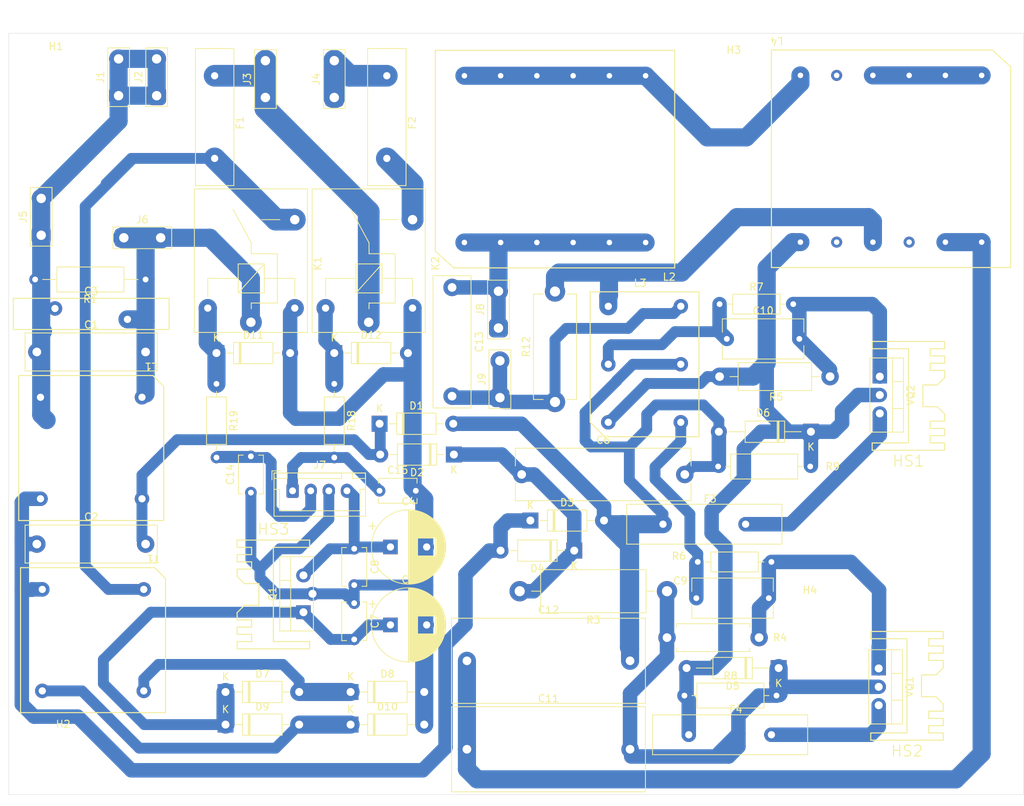
<source format=kicad_pcb>
(kicad_pcb (version 20210424) (generator pcbnew)
  (layers (0 "F.Cu" signal) (31 "B.Cu" signal) (34 "B.Paste" user) (35 "F.Paste" user) (36 "B.SilkS" user "B.Silkscreen") (37 "F.SilkS" user "F.Silkscreen") (38 "B.Mask" user) (39 "F.Mask" user) (44 "Edge.Cuts" user))
  (net 0 "")
  (net 1 "Net-(C1-Pad2)")
  (net 2 "Net-(C1-Pad1)")
  (net 3 "Net-(C2-Pad2)")
  (net 4 "Net-(C2-Pad1)")
  (net 5 "+5V")
  (net 6 "Net-(C5-Pad1)")
  (net 7 "Net-(C14-Pad1)")
  (net 8 "/T")
  (net 9 "/H")
  (net 10 "Net-(D7-Pad2)")
  (net 11 "Net-(D10-Pad1)")
  (net 12 "Net-(D11-Pad1)")
  (net 13 "Net-(D12-Pad1)")
  (net 14 "Net-(F1-Pad1)")
  (net 15 "Net-(F2-Pad1)")
  (net 16 "Net-(F1-Pad2)")
  (net 17 "Net-(F2-Pad2)")
  (net 18 "Net-(C12-Pad2)")
  (net 19 "Net-(C6-Pad1)")
  (net 20 "Net-(C9-Pad2)")
  (net 21 "Net-(C9-Pad1)")
  (net 22 "Net-(C10-Pad2)")
  (net 23 "Net-(C10-Pad1)")
  (net 24 "Net-(C11-Pad2)")
  (net 25 "Net-(C11-Pad1)")
  (net 26 "Net-(C13-Pad2)")
  (net 27 "Net-(C13-Pad1)")
  (net 28 "Net-(F3-Pad2)")
  (net 29 "Net-(F4-Pad2)")
  (net 30 "Net-(L2-Pad10)")
  (net 31 "Net-(L3-Pad5)")
  (net 32 "Net-(L4-Pad1)")
  (net 33 "Net-(D5-Pad2)")
  (footprint "Capacitor_THT:C_Rect_L18.0mm_W5.0mm_P15.00mm_FKS3_FKP3" (layer "F.Cu") (at 21.875 64.95)
    (fp_text reference "C1")
    (fp_text value "C")
  )
  (footprint "Capacitor_THT:C_Rect_L18.0mm_W5.0mm_P15.00mm_FKS3_FKP3" (layer "F.Cu") (at 21.875 91.45)
    (fp_text reference "C2")
    (fp_text value "C")
  )
  (footprint "Capacitor_THT:CP_Radial_D10.0mm_P5.00mm" (layer "F.Cu") (at 70.65 91.85)
    (fp_text reference "C4")
    (fp_text value "1000uF @ 25V")
  )
  (footprint "Capacitor_THT:CP_Radial_D10.0mm_P5.00mm" (layer "F.Cu") (at 70.65 102.6)
    (fp_text reference "C5")
    (fp_text value "1000uF @ 25V")
  )
  (footprint "Capacitor_THT:C_Disc_D5.1mm_W3.2mm_P5.00mm" (layer "F.Cu") (at 65.65 99.6 -90)
    (fp_text reference "C7")
    (fp_text value "100nF")
  )
  (footprint "Capacitor_THT:C_Disc_D5.1mm_W3.2mm_P5.00mm" (layer "F.Cu") (at 65.65 92.1 -90)
    (fp_text reference "C8")
    (fp_text value "100nF")
  )
  (footprint "Capacitor_THT:C_Disc_D5.1mm_W3.2mm_P5.00mm" (layer "F.Cu") (at 51.4 84.35 90)
    (fp_text reference "C14")
    (fp_text value "100nF")
  )
  (footprint "Capacitor_THT:C_Disc_D5.1mm_W3.2mm_P5.00mm" (layer "F.Cu") (at 69.15 84.1)
    (fp_text reference "C15")
    (fp_text value "100nF")
  )
  (footprint "Diode_THT:D_DO-41_SOD81_P10.16mm_Horizontal" (layer "F.Cu") (at 69.15 74.85)
    (fp_text reference "D1")
    (fp_text value "1N4007")
  )
  (footprint "Diode_THT:D_DO-41_SOD81_P10.16mm_Horizontal" (layer "F.Cu") (at 79.4 79.1 180)
    (fp_text reference "D2")
    (fp_text value "1N4007")
  )
  (footprint "Diode_THT:D_DO-41_SOD81_P10.16mm_Horizontal" (layer "F.Cu") (at 89.95 88.2)
    (fp_text reference "D3")
    (fp_text value "1N4007")
  )
  (footprint "Diode_THT:D_DO-41_SOD81_P10.16mm_Horizontal" (layer "F.Cu") (at 96 92.35 180)
    (fp_text reference "D4")
    (fp_text value "1N4007")
  )
  (footprint "Diode_THT:D_DO-41_SOD81_P10.16mm_Horizontal" (layer "F.Cu") (at 47.9 111.85)
    (fp_text reference "D7")
    (fp_text value "1N4007")
  )
  (footprint "Diode_THT:D_DO-41_SOD81_P10.16mm_Horizontal" (layer "F.Cu") (at 65.15 111.85)
    (fp_text reference "D8")
    (fp_text value "1N4007")
  )
  (footprint "Diode_THT:D_DO-41_SOD81_P10.16mm_Horizontal" (layer "F.Cu") (at 47.9 116.35)
    (fp_text reference "D9")
    (fp_text value "1N4007")
  )
  (footprint "Diode_THT:D_DO-41_SOD81_P10.16mm_Horizontal" (layer "F.Cu") (at 65.15 116.35)
    (fp_text reference "D10")
    (fp_text value "1N4007")
  )
  (footprint "Diode_THT:D_DO-41_SOD81_P10.16mm_Horizontal" (layer "F.Cu") (at 46.65 65.1)
    (fp_text reference "D11")
    (fp_text value "1N4007")
  )
  (footprint "Diode_THT:D_DO-41_SOD81_P10.16mm_Horizontal" (layer "F.Cu") (at 62.9 65.1)
    (fp_text reference "D12")
    (fp_text value "1N4007")
  )
  (footprint "MyCustomParts:Connector_Tab_Pitch5.08mm_Drill1.3mm" (layer "F.Cu") (at 33.15 29.6 90)
    (fp_text reference "J1")
    (fp_text value "N")
  )
  (footprint "MyCustomParts:Connector_Tab_Pitch5.08mm_Drill1.3mm" (layer "F.Cu") (at 38.4 29.6 90)
    (fp_text reference "J2")
    (fp_text value "N")
  )
  (footprint "MyCustomParts:Connector_Tab_Pitch5.08mm_Drill1.3mm" (layer "F.Cu") (at 53.4 29.85 90)
    (fp_text reference "J3")
    (fp_text value "L")
  )
  (footprint "MyCustomParts:Connector_Tab_Pitch5.08mm_Drill1.3mm" (layer "F.Cu") (at 62.9 29.85 90)
    (fp_text reference "J4")
    (fp_text value "PTC")
  )
  (footprint "MyCustomParts:Connector_Tab_Pitch5.08mm_Drill1.3mm" (layer "F.Cu") (at 22.475 48.85 90)
    (fp_text reference "J5")
    (fp_text value "NB")
  )
  (footprint "MyCustomParts:Connector_Tab_Pitch5.08mm_Drill1.3mm" (layer "F.Cu") (at 33.875 49.2)
    (fp_text reference "J6")
    (fp_text value "LB")
  )
  (footprint "Connector_JST:JST_XH_B4B-XH-A_1x04_P2.50mm_Vertical" (layer "F.Cu") (at 57.15 84.1)
    (fp_text reference "J7")
    (fp_text value "CPU_Control")
  )
  (footprint "Relay_THT:Relay_SPST_SANYOU_SRD_Series_Form_A" (layer "F.Cu") (at 51.4 60.85 90)
    (fp_text reference "K1")
    (fp_text value "LF3F-1A-DC6V")
  )
  (footprint "Relay_THT:Relay_SPST_SANYOU_SRD_Series_Form_A" (layer "F.Cu") (at 67.65 60.85 90)
    (fp_text reference "K2")
    (fp_text value "LF3F-1A-DC6V")
  )
  (footprint "Package_TO_SOT_THT:TO-220-3_Vertical" (layer "F.Cu") (at 58.65 100.85 90)
    (fp_text reference "Q1")
    (fp_text value "L7805CV")
  )
  (footprint "Resistor_THT:R_Axial_DIN0309_L9.0mm_D3.2mm_P15.24mm_Horizontal" (layer "F.Cu") (at 36.875 54.95 180)
    (fp_text reference "R1")
    (fp_text value "330k @ 0.5W")
  )
  (footprint "Resistor_THT:R_Axial_DIN0207_L6.3mm_D2.5mm_P10.16mm_Horizontal" (layer "F.Cu") (at 62.9 69.35 -90)
    (fp_text reference "R18")
    (fp_text value "4.7R @ 0.25W")
  )
  (footprint "Resistor_THT:R_Axial_DIN0207_L6.3mm_D2.5mm_P10.16mm_Horizontal" (layer "F.Cu") (at 46.65 69.35 -90)
    (fp_text reference "R19")
    (fp_text value "4.7R @ 0.25W")
  )
  (footprint "Fuse:Fuse_Littelfuse-LVR100" (layer "F.Cu") (at 46.4 26.85 -90)
    (fp_text reference "F1")
    (fp_text value "Fuse")
  )
  (footprint "Fuse:Fuse_Littelfuse-LVR100" (layer "F.Cu") (at 70.15 26.85 -90)
    (fp_text reference "F2")
    (fp_text value "Fuse")
  )
  (footprint "MyCustomParts:Inductor_Custom_1to1" (layer "F.Cu") (at 29.375 78.2 180)
    (fp_text reference "L1")
    (fp_text value "L_Coupled")
  )
  (footprint "Varistor:RV_Disc_D21.5mm_W4.3mm_P10mm" (layer "F.Cu") (at 34.375 60.45 180)
    (fp_text reference "C3")
    (fp_text value "Varistor")
  )
  (footprint "MyCustomParts:Inductor_Custom_1to1" (layer "F.Cu") (at 29.625 104.7 180)
    (fp_text reference "T1")
    (fp_text value "Transformer_1P_1S")
  )
  (footprint "Capacitor_THT:C_Rect_L24.0mm_W7.0mm_P22.50mm_MKT" (layer "F.Cu") (at 88.75 81.85)
    (fp_text reference "C6")
    (fp_text value "DNP")
  )
  (footprint "Capacitor_THT:C_Rect_L11.0mm_W5.3mm_P10.00mm_MKT" (layer "F.Cu") (at 112.84 98.91)
    (fp_text reference "C9")
    (fp_text value "330nF @ 400V")
  )
  (footprint "Capacitor_THT:C_Rect_L11.0mm_W5.3mm_P10.00mm_MKT" (layer "F.Cu") (at 117.05 63.15)
    (fp_text reference "C10")
    (fp_text value "330nF @ 400V")
  )
  (footprint "Capacitor_THT:C_Rect_L26.5mm_W11.5mm_P22.50mm_MKS4" (layer "F.Cu") (at 81.2 119.75)
    (fp_text reference "C11")
    (fp_text value "105j630v")
  )
  (footprint "Capacitor_THT:C_Rect_L26.5mm_W11.5mm_P22.50mm_MKS4" (layer "F.Cu") (at 81.2 107.55)
    (fp_text reference "C12")
    (fp_text value "105j630v")
  )
  (footprint "Capacitor_THT:C_Rect_L18.0mm_W5.0mm_P15.00mm_FKS3_FKP3" (layer "F.Cu") (at 79.15 56.05 -90)
    (fp_text reference "C13")
    (fp_text value "2nF @ 2000v")
  )
  (footprint "Diode_THT:D_DO-41_SOD81_P12.70mm_Horizontal" (layer "F.Cu") (at 124.2 108.55 180)
    (fp_text reference "D5")
    (fp_text value "FR157")
  )
  (footprint "Diode_THT:D_DO-41_SOD81_P12.70mm_Horizontal" (layer "F.Cu") (at 128.65 75.95 180)
    (fp_text reference "D6")
    (fp_text value "FR157")
  )
  (footprint "Fuse:Fuse_Littelfuse-LVR125" (layer "F.Cu") (at 108.24 88.71)
    (fp_text reference "F3")
    (fp_text value "Jumper")
  )
  (footprint "Fuse:Fuse_Littelfuse-LVR125" (layer "F.Cu") (at 111.8 117.75)
    (fp_text reference "F4")
    (fp_text value "Jumper")
  )
  (footprint "MyCustomParts:Connector_Tab_Pitch5.08mm_Drill1.3mm" (layer "F.Cu") (at 85.55 61.65 90)
    (fp_text reference "J8")
    (fp_text value "OUTPUT+")
  )
  (footprint "MyCustomParts:Connector_Tab_Pitch5.08mm_Drill1.3mm" (layer "F.Cu") (at 85.75 71.25 90)
    (fp_text reference "J9")
    (fp_text value "OUTPUT-")
  )
  (footprint "MyCustomParts:Transformer_12pin_23mm_5pp" (layer "F.Cu") (at 93.35 38.35)
    (fp_text reference "L2")
    (fp_text value "Transformer_110_220-DG1")
  )
  (footprint "MyCustomParts:Inductor_Custom_3x" (layer "F.Cu") (at 105.7 66.65)
    (fp_text reference "L3")
    (fp_text value "Transformer_3in1")
  )
  (footprint "MyCustomParts:Transformer_12pin_23mm_5pp" (layer "F.Cu") (at 139.7 38.3 180)
    (fp_text reference "L4")
    (fp_text value "Transformer_110-SY")
  )
  (footprint "Resistor_THT:R_Axial_DIN0614_L14.3mm_D5.7mm_P20.32mm_Horizontal" (layer "F.Cu") (at 108.8 97.95 180)
    (fp_text reference "R3")
    (fp_text value "?R @ 3W")
  )
  (footprint "Resistor_THT:R_Axial_DIN0411_L9.9mm_D3.6mm_P12.70mm_Horizontal" (layer "F.Cu") (at 108.8 104.35)
    (fp_text reference "R4")
    (fp_text value "24K @ 1W")
  )
  (footprint "Resistor_THT:R_Axial_DIN0411_L9.9mm_D3.6mm_P15.24mm_Horizontal" (layer "F.Cu") (at 116.05 68.35)
    (fp_text reference "R5")
    (fp_text value "24K @ 1W")
  )
  (footprint "Resistor_THT:R_Axial_DIN0207_L6.3mm_D2.5mm_P10.16mm_Horizontal" (layer "F.Cu") (at 113.04 93.91)
    (fp_text reference "R6")
    (fp_text value "510R @ 0.25W")
  )
  (footprint "Resistor_THT:R_Axial_DIN0207_L6.3mm_D2.5mm_P10.16mm_Horizontal" (layer "F.Cu") (at 116.05 58.35)
    (fp_text reference "R7")
    (fp_text value "510R @ 0.25W")
  )
  (footprint "Resistor_THT:R_Axial_DIN0309_L9.0mm_D3.2mm_P12.70mm_Horizontal" (layer "F.Cu") (at 111.2 112.35)
    (fp_text reference "R8")
    (fp_text value "DNP")
  )
  (footprint "Resistor_THT:R_Axial_DIN0309_L9.0mm_D3.2mm_P12.70mm_Horizontal" (layer "F.Cu") (at 115.85 80.75)
    (fp_text reference "R9")
    (fp_text value "DNP")
  )
  (footprint "Resistor_THT:R_Axial_DIN0614_L14.3mm_D5.7mm_P15.24mm_Horizontal" (layer "F.Cu") (at 93.35 71.85 90)
    (fp_text reference "R12")
    (fp_text value "5.1R @ 3W")
  )
  (footprint "Package_TO_SOT_THT:TO-220-3_Vertical" (layer "F.Cu") (at 138 108.6 -90)
    (fp_text reference "VQ1")
    (fp_text value "FJP13009H2TU")
  )
  (footprint "Package_TO_SOT_THT:TO-220-3_Vertical" (layer "F.Cu") (at 138.15 68.35 -90)
    (fp_text reference "VQ2")
    (fp_text value "FJP13009H2TU")
  )
  (footprint "MountingHole:MountingHole_3.2mm_M3" (layer "F.Cu") (at 24.5 27)
    (fp_text reference "H1")
    (fp_text value "MountingHole")
  )
  (footprint "MountingHole:MountingHole_3.2mm_M3" (layer "F.Cu") (at 25.5 120.5)
    (fp_text reference "H2")
    (fp_text value "MountingHole")
  )
  (footprint "MountingHole:MountingHole_3.2mm_M3" (layer "F.Cu") (at 118 27.5)
    (fp_text reference "H3")
    (fp_text value "MountingHole")
  )
  (footprint "MountingHole:MountingHole_3.2mm_M3" (layer "F.Cu") (at 128.5 102)
    (fp_text reference "H4")
    (fp_text value "MountingHole")
  )
  (footprint "MyCustomParts:HEATSINK_15x10x25mm" (layer "F.Cu") (at 142.1 71 -90)
    (fp_text reference "HS1")
    (fp_text value "Heatsink" hide)
  )
  (footprint "MyCustomParts:HEATSINK_15x10x25mm" (layer "F.Cu") (at 141.9 111 -90)
    (fp_text reference "HS2")
    (fp_text value "Heatsink" hide)
  )
  (footprint "MyCustomParts:HEATSINK_15x10x25mm" (layer "F.Cu") (at 54.5 98.4 90)
    (fp_text reference "HS3")
    (fp_text value "Heatsink" hide)
  )
  (gr_line (start 18 126) (end 158 126) (layer "Edge.Cuts") (width 0.05))
  (gr_line (start 158 126) (end 158 21) (layer "Edge.Cuts") (width 0.05))
  (gr_line (start 18 21) (end 18 126) (layer "Edge.Cuts") (width 0.05))
  (gr_line (start 18 21) (end 158 21) (layer "Edge.Cuts") (width 0.05))
  (segment (start 51.4 60.85) (end 51.4 54.85) (width 2.5) (layer "B.Cu") (net 1))
  (segment (start 36.875 49.325) (end 36.75 49.2) (width 2.5) (layer "B.Cu") (net 1))
  (segment (start 34.375 60.45) (end 36.7 60.45) (width 2.5) (layer "B.Cu") (net 1))
  (segment (start 36.875 60.625) (end 36.875 70.7) (width 2.5) (layer "B.Cu") (net 1))
  (segment (start 51.4 54.85) (end 45.75 49.2) (width 2.5) (layer "B.Cu") (net 1))
  (segment (start 45.75 49.2) (end 38.955 49.2) (width 2.5) (layer "B.Cu") (net 1))
  (segment (start 36.875 54.95) (end 36.875 60.625) (width 2.5) (layer "B.Cu") (net 1))
  (segment (start 36.875 54.95) (end 36.875 49.325) (width 2.5) (layer "B.Cu") (net 1))
  (segment (start 36.7 60.45) (end 36.875 60.625) (width 2.5) (layer "B.Cu") (net 1))
  (segment (start 38.955 49.2) (end 36.75 49.2) (width 3) (layer "B.Cu") (net 1))
  (segment (start 36.75 49.2) (end 33.875 49.2) (width 3) (layer "B.Cu") (net 1))
  (segment (start 33.15 29.6) (end 33.15 33.095) (width 2.5) (layer "B.Cu") (net 2))
  (segment (start 33.15 33.095) (end 22.475 43.77) (width 2.5) (layer "B.Cu") (net 2))
  (segment (start 22.475 48.85) (end 22.475 62.35) (width 2.5) (layer "B.Cu") (net 2))
  (segment (start 22.475 62.35) (end 22.475 73.6) (width 2.5) (layer "B.Cu") (net 2))
  (segment (start 33.15 29.6) (end 38.4 29.6) (width 2.5) (layer "B.Cu") (net 2))
  (segment (start 22.475 43.77) (end 22.475 48.85) (width 2.5) (layer "B.Cu") (net 2))
  (segment (start 22.475 73.6) (end 23.225 74.35) (width 2.5) (layer "B.Cu") (net 2))
  (segment (start 33.15 29.6) (end 33.15 24.52) (width 2.5) (layer "B.Cu") (net 2))
  (segment (start 38.4 24.52) (end 33.15 24.52) (width 2.5) (layer "B.Cu") (net 2))
  (segment (start 38.4 24.52) (end 38.4 29.6) (width 2.5) (layer "B.Cu") (net 2))
  (segment (start 22.725 62.1) (end 22.475 62.35) (width 2.5) (layer "B.Cu") (net 2))
  (segment (start 69.24 79.1) (end 67.684366 79.1) (width 1.5) (layer "B.Cu") (net 3))
  (segment (start 41.25 77.05) (end 36.375 81.925) (width 1.5) (layer "B.Cu") (net 3))
  (segment (start 36.375 85.2) (end 36.375 90.95) (width 1.5) (layer "B.Cu") (net 3))
  (segment (start 36.375 81.925) (end 36.375 85.2) (width 1.5) (layer "B.Cu") (net 3))
  (segment (start 65.634366 77.05) (end 41.25 77.05) (width 1.5) (layer "B.Cu") (net 3))
  (segment (start 69.24 79.1) (end 69.24 74.94) (width 1.5) (layer "B.Cu") (net 3))
  (segment (start 67.684366 79.1) (end 65.634366 77.05) (width 1.5) (layer "B.Cu") (net 3))
  (segment (start 19.8 113.55) (end 19.8 85.7) (width 2) (layer "B.Cu") (net 4))
  (segment (start 89.95 88.2) (end 86.85 88.2) (width 2) (layer "B.Cu") (net 4))
  (segment (start 78.25 105.3) (end 78.25 119.5) (width 2) (layer "B.Cu") (net 4))
  (segment (start 22.625 97.7) (end 21.210787 97.7) (width 2) (layer "B.Cu") (net 4))
  (segment (start 85.84 89.21) (end 85.84 92.35) (width 2) (layer "B.Cu") (net 4))
  (segment (start 86.85 88.2) (end 85.84 89.21) (width 2) (layer "B.Cu") (net 4))
  (segment (start 21.210787 97.7) (end 21.160787 97.75) (width 2) (layer "B.Cu") (net 4))
  (segment (start 21.160787 97.75) (end 19.8 97.75) (width 2) (layer "B.Cu") (net 4))
  (segment (start 34.9 122.65) (end 27.5 115.25) (width 2) (layer "B.Cu") (net 4))
  (segment (start 81 102.55) (end 78.25 105.3) (width 2) (layer "B.Cu") (net 4))
  (segment (start 84.284366 92.35) (end 81 95.634366) (width 2) (layer "B.Cu") (net 4))
  (segment (start 85.84 92.35) (end 84.284366 92.35) (width 2) (layer "B.Cu") (net 4))
  (segment (start 78.25 119.5) (end 75.1 122.65) (width 2) (layer "B.Cu") (net 4))
  (segment (start 21.875 91.45) (end 20.177944 91.45) (width 2) (layer "B.Cu") (net 4))
  (segment (start 27.5 115.25) (end 21.5 115.25) (width 2) (layer "B.Cu") (net 4))
  (segment (start 20.177944 91.45) (end 19.8 91.072056) (width 2) (layer "B.Cu") (net 4))
  (segment (start 75.1 122.65) (end 34.9 122.65) (width 2) (layer "B.Cu") (net 4))
  (segment (start 20.3 85.2) (end 22.375 85.2) (width 2) (layer "B.Cu") (net 4))
  (segment (start 19.8 85.7) (end 20.3 85.2) (width 2) (layer "B.Cu") (net 4))
  (segment (start 21.5 115.25) (end 19.8 113.55) (width 2) (layer "B.Cu") (net 4))
  (segment (start 81 95.634366) (end 81 102.55) (width 2) (layer "B.Cu") (net 4))
  (segment (start 70.65 91.85) (end 65.9 91.85) (width 1.5) (layer "B.Cu") (net 5))
  (segment (start 62.32 92.1) (end 58.65 95.77) (width 1.5) (layer "B.Cu") (net 5))
  (segment (start 65.65 92.1) (end 62.32 92.1) (width 1.5) (layer "B.Cu") (net 5))
  (segment (start 65.65 84.85) (end 65.65 92.1) (width 1.5) (layer "B.Cu") (net 5))
  (segment (start 64.9 84.1) (end 65.65 84.85) (width 1.5) (layer "B.Cu") (net 5))
  (segment (start 47.9 111.85) (end 47.9 116.35) (width 2.5) (layer "B.Cu") (net 6))
  (segment (start 37.6 100.85) (end 58.65 100.85) (width 1.5) (layer "B.Cu") (net 6))
  (segment (start 31.05 107.4) (end 37.6 100.85) (width 1.5) (layer "B.Cu") (net 6))
  (segment (start 70.65 102.6) (end 67.65 102.6) (width 1.5) (layer "B.Cu") (net 6))
  (segment (start 62.4 104.6) (end 58.65 100.85) (width 1.5) (layer "B.Cu") (net 6))
  (segment (start 31.05 110.7) (end 31.05 107.4) (width 1.5) (layer "B.Cu") (net 6))
  (segment (start 36.7 116.35) (end 31.05 110.7) (width 1.5) (layer "B.Cu") (net 6))
  (segment (start 65.65 104.6) (end 62.4 104.6) (width 1.5) (layer "B.Cu") (net 6))
  (segment (start 67.65 102.6) (end 65.65 104.6) (width 1.5) (layer "B.Cu") (net 6))
  (segment (start 47.9 116.35) (end 36.7 116.35) (width 1.5) (layer "B.Cu") (net 6))
  (segment (start 63.6 74.15) (end 69.7 68.05) (width 2) (layer "B.Cu") (net 7))
  (segment (start 73.7 83.65) (end 73.7 58.9) (width 2.5) (layer "B.Cu") (net 7))
  (segment (start 55.4 92.1) (end 52.65 94.85) (width 1.5) (layer "B.Cu") (net 7))
  (segment (start 52.65 94.85) (end 52.65 96.1) (width 1.5) (layer "B.Cu") (net 7))
  (segment (start 59.9 98.31) (end 64.36 98.31) (width 1.5) (layer "B.Cu") (net 7))
  (segment (start 56.81 65.1) (end 56.81 73.36) (width 2) (layer "B.Cu") (net 7))
  (segment (start 62.15 88.004177) (end 58.054177 92.1) (width 1.5) (layer "B.Cu") (net 7))
  (segment (start 75.31 116.35) (end 75.31 97.26) (width 2.5) (layer "B.Cu") (net 7))
  (segment (start 75.31 97.26) (end 75.31 85.26) (width 2.5) (layer "B.Cu") (net 7))
  (segment (start 57.6 74.15) (end 63.6 74.15) (width 2) (layer "B.Cu") (net 7))
  (segment (start 56.81 73.36) (end 57.6 74.15) (width 2) (layer "B.Cu") (net 7))
  (segment (start 62.15 84.1) (end 62.15 88.004177) (width 1.5) (layer "B.Cu") (net 7))
  (segment (start 65.65 97.1) (end 65.65 99.6) (width 1.5) (layer "B.Cu") (net 7))
  (segment (start 73.7 58.9) (end 73.7 64.46) (width 2) (layer "B.Cu") (net 7))
  (segment (start 65.65 97.1) (end 75.15 97.1) (width 1.5) (layer "B.Cu") (net 7))
  (segment (start 52.65 96.1) (end 54.86 98.31) (width 1.5) (layer "B.Cu") (net 7))
  (segment (start 51.4 93.6) (end 52.65 94.85) (width 1.5) (layer "B.Cu") (net 7))
  (segment (start 75.15 97.1) (end 75.31 97.26) (width 1.5) (layer "B.Cu") (net 7))
  (segment (start 51.4 84.35) (end 51.4 93.6) (width 1.5) (layer "B.Cu") (net 7))
  (segment (start 73.7 68.05) (end 69.7 68.05) (width 2) (layer "B.Cu") (net 7))
  (segment (start 56.81 65.1) (end 56.81 70.76) (width 1.5) (layer "B.Cu") (net 7))
  (segment (start 56.81 65.1) (end 56.81 59.54) (width 2) (layer "B.Cu") (net 7))
  (segment (start 64.36 98.31) (end 65.65 99.6) (width 1.5) (layer "B.Cu") (net 7))
  (segment (start 73.9 71.6) (end 74.15 71.35) (width 1.5) (layer "B.Cu") (net 7))
  (segment (start 54.86 98.31) (end 59.9 98.31) (width 1.5) (layer "B.Cu") (net 7))
  (segment (start 75.31 85.26) (end 74.15 84.1) (width 2.5) (layer "B.Cu") (net 7))
  (segment (start 58.054177 92.1) (end 55.4 92.1) (width 1.5) (layer "B.Cu") (net 7))
  (segment (start 54.2 86.55) (end 55.275 87.625) (width 1.5) (layer "B.Cu") (net 8))
  (segment (start 59.65 86.575) (end 59.65 84.1) (width 1.5) (layer "B.Cu") (net 8))
  (segment (start 51.4 79.35) (end 46.81 79.35) (width 1.5) (layer "B.Cu") (net 8))
  (segment (start 46.65 79.51) (end 53.56 79.51) (width 1.5) (layer "B.Cu") (net 8))
  (segment (start 55.275 87.625) (end 58.6 87.625) (width 1.5) (layer "B.Cu") (net 8))
  (segment (start 53.56 79.51) (end 54.2 80.15) (width 1.5) (layer "B.Cu") (net 8))
  (segment (start 54.2 80.15) (end 54.2 86.55) (width 1.5) (layer "B.Cu") (net 8))
  (segment (start 58.6 87.625) (end 59.65 86.575) (width 1.5) (layer "B.Cu") (net 8))
  (segment (start 69.15 84.1) (end 64.56 79.51) (width 1.5) (layer "B.Cu") (net 9))
  (segment (start 64.56 79.51) (end 62.9 79.51) (width 1.5) (layer "B.Cu") (net 9))
  (segment (start 62.9 79.51) (end 58.34 79.51) (width 1.5) (layer "B.Cu") (net 9))
  (segment (start 57.15 80.7) (end 57.15 84.1) (width 1.5) (layer "B.Cu") (net 9))
  (segment (start 58.34 79.51) (end 57.15 80.7) (width 1.5) (layer "B.Cu") (net 9))
  (segment (start 58.06 111.85) (end 58.06 110.294366) (width 1.5) (layer "B.Cu") (net 10))
  (segment (start 58.06 110.294366) (end 55.815634 108.05) (width 1.5) (layer "B.Cu") (net 10))
  (segment (start 65.15 111.85) (end 58.06 111.85) (width 2.5) (layer "B.Cu") (net 10))
  (segment (start 36.625 111.7) (end 36.625 110.075) (width 1.5) (layer "B.Cu") (net 10))
  (segment (start 36.625 110.075) (end 38.65 108.05) (width 1.5) (layer "B.Cu") (net 10))
  (segment (start 55.815634 108.05) (end 38.65 108.05) (width 1.5) (layer "B.Cu") (net 10))
  (segment (start 28.1 111.7) (end 36 119.6) (width 1.5) (layer "B.Cu") (net 11))
  (segment (start 58.06 116.35) (end 65.15 116.35) (width 2.5) (layer "B.Cu") (net 11))
  (segment (start 22.625 111.7) (end 28.1 111.7) (width 1.5) (layer "B.Cu") (net 11))
  (segment (start 36 119.6) (end 54.81 119.6) (width 1.5) (layer "B.Cu") (net 11))
  (segment (start 54.81 119.6) (end 58.06 116.35) (width 1.5) (layer "B.Cu") (net 11))
  (segment (start 46.65 65.1) (end 46.65 69.35) (width 2.5) (layer "B.Cu") (net 12))
  (segment (start 45.45 63.65) (end 45.45 58.9) (width 2.5) (layer "B.Cu") (net 12))
  (segment (start 46.65 64.85) (end 45.45 63.65) (width 2.5) (layer "B.Cu") (net 12))
  (segment (start 62.9 64.55) (end 61.7 63.35) (width 2) (layer "B.Cu") (net 13))
  (segment (start 62.9 65.1) (end 62.9 69.35) (width 2.5) (layer "B.Cu") (net 13))
  (segment (start 61.7 63.35) (end 61.7 58.9) (width 2) (layer "B.Cu") (net 13))
  (segment (start 67.65 45.6) (end 53.4 31.35) (width 3) (layer "B.Cu") (net 14))
  (segment (start 67.65 60.85) (end 67.65 45.6) (width 3) (layer "B.Cu") (net 14))
  (segment (start 53.4 26.6) (end 53.4 24.77) (width 3) (layer "B.Cu") (net 14))
  (segment (start 53.4 31.35) (end 53.4 26.6) (width 3) (layer "B.Cu") (net 14))
  (segment (start 53.15 26.85) (end 53.4 26.6) (width 3) (layer "B.Cu") (net 14))
  (segment (start 46.4 26.85) (end 53.15 26.85) (width 3) (layer "B.Cu") (net 14))
  (segment (start 62.9 24.77) (end 62.9 29.85) (width 3) (layer "B.Cu") (net 15))
  (segment (start 70.15 26.85) (end 64.98 26.85) (width 3) (layer "B.Cu") (net 15))
  (segment (start 64.98 26.85) (end 62.9 24.77) (width 3) (layer "B.Cu") (net 15))
  (segment (start 31.75 97.7) (end 36.625 97.7) (width 1.5) (layer "B.Cu") (net 16))
  (segment (start 34.9 38.25) (end 46.4 38.25) (width 1.5) (layer "B.Cu") (net 16))
  (segment (start 57.45 46.7) (end 54.85 46.7) (width 3) (layer "B.Cu") (net 16))
  (segment (start 28.55 94.5) (end 31.75 97.7) (width 1.5) (layer "B.Cu") (net 16))
  (segment (start 54.85 46.7) (end 46.4 38.25) (width 3) (layer "B.Cu") (net 16))
  (segment (start 35.15 38.25) (end 28.55 44.85) (width 1.5) (layer "B.Cu") (net 16))
  (segment (start 28.55 44.85) (end 28.55 94.5) (width 1.5) (layer "B.Cu") (net 16))
  (segment (start 34.9 38.25) (end 31.42499 41.72501) (width 1.5) (layer "B.Cu") (net 16))
  (segment (start 73.7 41.8) (end 70.15 38.25) (width 3) (layer "B.Cu") (net 17))
  (segment (start 73.7 46.7) (end 73.7 41.8) (width 3) (layer "B.Cu") (net 17))
  (segment (start 104.1 66.65) (end 110.7 66.65) (width 1.5) (layer "B.Cu") (net 18))
  (segment (start 103.7 107.55) (end 103.7 89.75) (width 2.5) (layer "B.Cu") (net 18))
  (segment (start 100.11 88.2) (end 102.75 90.84) (width 2.5) (layer "B.Cu") (net 18))
  (segment (start 103.55 105.702944) (end 103.55 91.64) (width 2.5) (layer "B.Cu") (net 18))
  (segment (start 103.7 89.75) (end 102.66 88.71) (width 2.5) (layer "B.Cu") (net 18))
  (segment (start 115.85 80.75) (end 112.35 80.75) (width 1.5) (layer "B.Cu") (net 18))
  (segment (start 103.6 78.05) (end 98.35 78.05) (width 1.5) (layer "B.Cu") (net 18))
  (segment (start 102.66 88.71) (end 100.62 88.71) (width 2.5) (layer "B.Cu") (net 18))
  (segment (start 112.35 80.75) (end 111.25 81.85) (width 1.5) (layer "B.Cu") (net 18))
  (segment (start 103.7 105.852944) (end 103.55 105.702944) (width 2.5) (layer "B.Cu") (net 18))
  (segment (start 106 75.65) (end 103.6 78.05) (width 1.5) (layer "B.Cu") (net 18))
  (segment (start 100.11 86.26) (end 100.11 88.2) (width 2) (layer "B.Cu") (net 18))
  (segment (start 101.875 68.875) (end 104.1 66.65) (width 1.5) (layer "B.Cu") (net 18))
  (segment (start 115.95 75.95) (end 115.95 80.65) (width 2) (layer "B.Cu") (net 18))
  (segment (start 103.6 82.655787) (end 103.6 78.05) (width 1.5) (layer "B.Cu") (net 18))
  (segment (start 115.95 74.394366) (end 113.805634 72.25) (width 1.5) (layer "B.Cu") (net 18))
  (segment (start 108.24 88.71) (end 102.66 88.71) (width 2.5) (layer "B.Cu") (net 18))
  (segment (start 101.875 68.875) (end 101.875 68.925) (width 1.5) (layer "B.Cu") (net 18))
  (segment (start 101.875 68.925) (end 97.5 73.3) (width 1.5) (layer "B.Cu") (net 18))
  (segment (start 108.24 87.295787) (end 103.6 82.655787) (width 1.5) (layer "B.Cu") (net 18))
  (segment (start 88.7 74.85) (end 100.11 86.26) (width 2) (layer "B.Cu") (net 18))
  (segment (start 103.55 91.64) (end 102.75 90.84) (width 2.5) (layer "B.Cu") (net 18))
  (segment (start 107.3 72.25) (end 106 73.55) (width 1.5) (layer "B.Cu") (net 18))
  (segment (start 113.805634 72.25) (end 107.3 72.25) (width 1.5) (layer "B.Cu") (net 18))
  (segment (start 98.35 78.05) (end 97.5 77.2) (width 1.5) (layer "B.Cu") (net 18))
  (segment (start 106 73.55) (end 106 75.65) (width 1.5) (layer "B.Cu") (net 18))
  (segment (start 79.31 74.85) (end 88.7 74.85) (width 2) (layer "B.Cu") (net 18))
  (segment (start 115.95 75.95) (end 115.95 74.394366) (width 1.5) (layer "B.Cu") (net 18))
  (segment (start 108.24 88.71) (end 108.24 87.295787) (width 1.5) (layer "B.Cu") (net 18))
  (segment (start 97.5 77.2) (end 97.5 73.3) (width 1.5) (layer "B.Cu") (net 18))
  (segment (start 90.447056 81.85) (end 96 87.402944) (width 2) (layer "B.Cu") (net 19))
  (segment (start 88.75 81.85) (end 90.447056 81.85) (width 2) (layer "B.Cu") (net 19))
  (segment (start 90.4 97.95) (end 96 92.35) (width 2) (layer "B.Cu") (net 19))
  (segment (start 86 79.1) (end 88.75 81.85) (width 2) (layer "B.Cu") (net 19))
  (segment (start 88.48 97.95) (end 90.4 97.95) (width 2) (layer "B.Cu") (net 19))
  (segment (start 96 87.402944) (end 96 92.35) (width 2) (layer "B.Cu") (net 19))
  (segment (start 79.4 79.1) (end 86 79.1) (width 2) (layer "B.Cu") (net 19))
  (segment (start 123.2 93.91) (end 134.16 93.91) (width 2) (layer "B.Cu") (net 20))
  (segment (start 138.05 105.5975) (end 138.05 97.8) (width 2) (layer "B.Cu") (net 20))
  (segment (start 138 108.6) (end 138 105.6475) (width 2) (layer "B.Cu") (net 20))
  (segment (start 138 105.6475) (end 138.05 105.5975) (width 2) (layer "B.Cu") (net 20))
  (segment (start 138.05 97.8) (end 134.16 93.91) (width 2) (layer "B.Cu") (net 20))
  (segment (start 121.5 104.35) (end 121.5 100.25) (width 2) (layer "B.Cu") (net 20))
  (segment (start 122.84 98.91) (end 122.84 94.27) (width 2) (layer "B.Cu") (net 20))
  (segment (start 121.5 100.25) (end 122.84 98.91) (width 2) (layer "B.Cu") (net 20))
  (segment (start 112.84 98.91) (end 112.84 94.11) (width 2) (layer "B.Cu") (net 21))
  (segment (start 111.95 87.3) (end 107.15 82.5) (width 1.5) (layer "B.Cu") (net 21))
  (segment (start 107.15 82.5) (end 107.15 80.8) (width 1.5) (layer "B.Cu") (net 21))
  (segment (start 110.7 77.25) (end 107.15 80.8) (width 1.5) (layer "B.Cu") (net 21))
  (segment (start 113.04 92.77863) (end 111.95 91.68863) (width 1.5) (layer "B.Cu") (net 21))
  (segment (start 110.7 74.65) (end 110.7 77.25) (width 1.5) (layer "B.Cu") (net 21))
  (segment (start 111.95 91.68863) (end 111.95 87.3) (width 1.5) (layer "B.Cu") (net 21))
  (segment (start 113.04 93.91) (end 113.04 92.77863) (width 1.5) (layer "B.Cu") (net 21))
  (segment (start 131.29 67.39) (end 127.05 63.15) (width 2) (layer "B.Cu") (net 22))
  (segment (start 138.15 68.35) (end 138.15 59.4) (width 2) (layer "B.Cu") (net 22))
  (segment (start 127.05 59.19) (end 126.21 58.35) (width 2) (layer "B.Cu") (net 22))
  (segment (start 137.1 58.35) (end 126.21 58.35) (width 2) (layer "B.Cu") (net 22))
  (segment (start 138.15 59.4) (end 137.1 58.35) (width 2) (layer "B.Cu") (net 22))
  (segment (start 127.05 63.15) (end 127.05 59.19) (width 2) (layer "B.Cu") (net 22))
  (segment (start 100.7 64.35) (end 100.7 66.65) (width 1.5) (layer "B.Cu") (net 23))
  (segment (start 109.9 62.15) (end 108.1 63.95) (width 1.5) (layer "B.Cu") (net 23))
  (segment (start 116.05 62.15) (end 117.05 63.15) (width 2) (layer "B.Cu") (net 23))
  (segment (start 116.05 58.35) (end 116.05 62.15) (width 2) (layer "B.Cu") (net 23))
  (segment (start 108.1 63.95) (end 101.1 63.95) (width 1.5) (layer "B.Cu") (net 23))
  (segment (start 116.05 62.15) (end 109.9 62.15) (width 1.5) (layer "B.Cu") (net 23))
  (segment (start 101.1 63.95) (end 100.7 64.35) (width 1.5) (layer "B.Cu") (net 23))
  (segment (start 118.65 119.4) (end 118.65 115.15) (width 2) (layer "B.Cu") (net 24))
  (segment (start 103.85 120.75) (end 117.3 120.75) (width 2) (layer "B.Cu") (net 24))
  (segment (start 108.8 104.35) (end 108.8 106.95) (width 2) (layer "B.Cu") (net 24))
  (segment (start 108.8 97.95) (end 108.8 104.35) (width 2) (layer "B.Cu") (net 24))
  (segment (start 103.7 112.05) (end 103.7 119.75) (width 2) (layer "B.Cu") (net 24))
  (segment (start 116 120.25) (end 118.65 117.6) (width 2) (layer "B.Cu") (net 24))
  (segment (start 124.39 111.14) (end 123.9 110.65) (width 2) (layer "B.Cu") (net 24))
  (segment (start 124.06 110.49) (end 123.9 110.65) (width 2) (layer "B.Cu") (net 24))
  (segment (start 121.45 112.35) (end 123.9 112.35) (width 2) (layer "B.Cu") (net 24))
  (segment (start 118.65 115.15) (end 121.45 112.35) (width 2) (layer "B.Cu") (net 24))
  (segment (start 138 111.14) (end 124.39 111.14) (width 2) (layer "B.Cu") (net 24))
  (segment (start 108.8 106.95) (end 103.7 112.05) (width 2) (layer "B.Cu") (net 24))
  (segment (start 124.2 108.55) (end 124.2 112.05) (width 2.5) (layer "B.Cu") (net 24))
  (segment (start 123.9 110.65) (end 123.9 108.85) (width 2) (layer "B.Cu") (net 24))
  (segment (start 123.9 112.35) (end 123.9 110.65) (width 2) (layer "B.Cu") (net 24))
  (segment (start 117.3 120.75) (end 118.65 119.4) (width 2) (layer "B.Cu") (net 24))
  (segment (start 81.2 122.497056) (end 81.2 119.75) (width 2.5) (layer "B.Cu") (net 25))
  (segment (start 82.602944 123.9) (end 81.2 122.497056) (width 2.5) (layer "B.Cu") (net 25))
  (segment (start 81.2 119.75) (end 81.2 107.55) (width 2.5) (layer "B.Cu") (net 25))
  (segment (start 152.2 49.8) (end 152.2 120.35) (width 2.5) (layer "B.Cu") (net 25))
  (segment (start 148.65 123.9) (end 82.602944 123.9) (width 2.5) (layer "B.Cu") (net 25))
  (segment (start 152.2 120.35) (end 148.65 123.9) (width 2.5) (layer "B.Cu") (net 25))
  (segment (start 152.2 49.8) (end 147.2 49.8) (width 2.5) (layer "B.Cu") (net 25))
  (segment (start 110.7 58.65) (end 109.700001 59.649999) (width 1.5) (layer "B.Cu") (net 26))
  (segment (start 93.35 71.85) (end 86.35 71.85) (width 2) (layer "B.Cu") (net 26))
  (segment (start 93.35 63.25) (end 93.35 71.85) (width 1.5) (layer "B.Cu") (net 26))
  (segment (start 85.75 66.17) (end 85.75 71.25) (width 2) (layer "B.Cu") (net 26))
  (segment (start 105.500001 59.649999) (end 103.45 61.7) (width 1.5) (layer "B.Cu") (net 26))
  (segment (start 109.700001 59.649999) (end 105.500001 59.649999) (width 1.5) (layer "B.Cu") (net 26))
  (segment (start 94.9 61.7) (end 93.35 63.25) (width 1.5) (layer "B.Cu") (net 26))
  (segment (start 103.45 61.7) (end 94.9 61.7) (width 1.5) (layer "B.Cu") (net 26))
  (segment (start 85.75 71.25) (end 79.35 71.25) (width 2) (layer "B.Cu") (net 26))
  (segment (start 80.85 49.85) (end 105.85 49.85) (width 2.5) (layer "B.Cu") (net 27))
  (segment (start 85.55 61.65) (end 85.55 56.57) (width 2) (layer "B.Cu") (net 27))
  (segment (start 85.55 56.57) (end 85.55 50.15) (width 2.5) (layer "B.Cu") (net 27))
  (segment (start 79.15 56.05) (end 85.03 56.05) (width 2) (layer "B.Cu") (net 27))
  (segment (start 119.64 88.71) (end 125.8225 88.71) (width 2) (layer "B.Cu") (net 28))
  (segment (start 138.15 73.43) (end 138.15 76.3825) (width 2) (layer "B.Cu") (net 28))
  (segment (start 138.15 76.3825) (end 125.8225 88.71) (width 2) (layer "B.Cu") (net 28))
  (segment (start 138 113.68) (end 138 116.6325) (width 2) (layer "B.Cu") (net 29))
  (segment (start 123.2 117.75) (end 136.8825 117.75) (width 2) (layer "B.Cu") (net 29))
  (segment (start 136.8825 117.75) (end 138 116.6325) (width 2) (layer "B.Cu") (net 29))
  (segment (start 127.2 27.87763) (end 127.2 26.8) (width 2.5) (layer "B.Cu") (net 30))
  (segment (start 105.85 26.85) (end 114.35 35.35) (width 2.5) (layer "B.Cu") (net 30))
  (segment (start 80.85 26.85) (end 105.85 26.85) (width 2.5) (layer "B.Cu") (net 30))
  (segment (start 114.35 35.35) (end 119.72763 35.35) (width 2.5) (layer "B.Cu") (net 30))
  (segment (start 119.72763 35.35) (end 127.2 27.87763) (width 2.5) (layer "B.Cu") (net 30))
  (segment (start 100.8 54) (end 93.9 54) (width 2.5) (layer "B.Cu") (net 31))
  (segment (start 118.45 46.35) (end 110.8 54) (width 2.5) (layer "B.Cu") (net 31))
  (segment (start 93.9 54) (end 93.35 54.55) (width 2.5) (layer "B.Cu") (net 31))
  (segment (start 100.7 57.235787) (end 100.8 57.135787) (width 2.5) (layer "B.Cu") (net 31))
  (segment (start 136.6 46.35) (end 118.45 46.35) (width 2.5) (layer "B.Cu") (net 31))
  (segment (start 137.2 49.8) (end 137.2 46.95) (width 2.5) (layer "B.Cu") (net 31))
  (segment (start 100.8 57.135787) (end 100.8 54) (width 2.5) (layer "B.Cu") (net 31))
  (segment (start 137.2 46.95) (end 136.6 46.35) (width 2.5) (layer "B.Cu") (net 31))
  (segment (start 110.8 54) (end 100.8 54) (width 2.5) (layer "B.Cu") (net 31))
  (segment (start 93.35 54.55) (end 93.35 56.61) (width 2.5) (layer "B.Cu") (net 31))
  (segment (start 100.7 58.65) (end 100.7 57.235787) (width 2.5) (layer "B.Cu") (net 31))
  (segment (start 137.2 26.8) (end 152.2 26.8) (width 2.5) (layer "B.Cu") (net 32))
  (segment (start 121.8 75.95) (end 131.75 75.95) (width 2) (layer "B.Cu") (net 33))
  (segment (start 128.65 75.95) (end 128.65 80.65) (width 2) (layer "B.Cu") (net 33))
  (segment (start 122.55 53.37237) (end 122.55 66.45) (width 2.5) (layer "B.Cu") (net 33))
  (segment (start 120.65 68.35) (end 116.05 68.35) (width 2.5) (layer "B.Cu") (net 33))
  (segment (start 132.95 74.75) (end 131.75 75.95) (width 2) (layer "B.Cu") (net 33))
  (segment (start 119.4 78.35) (end 119.4 82.4) (width 2) (layer "B.Cu") (net 33))
  (segment (start 135.15 70.89) (end 132.95 73.09) (width 2) (layer "B.Cu") (net 33))
  (segment (start 100.7 74.65) (end 106 69.35) (width 1.5) (layer "B.Cu") (net 33))
  (segment (start 113.402944 69.3) (end 114.352944 68.35) (width 1.5) (layer "B.Cu") (net 33))
  (segment (start 114.95 86.85) (end 114.95 89.95) (width 2) (layer "B.Cu") (net 33))
  (segment (start 116.85 106.85) (end 115.15 108.55) (width 2) (layer "B.Cu") (net 33))
  (segment (start 111.8 112.95) (end 111.2 112.35) (width 2) (layer "B.Cu") (net 33))
  (segment (start 132.95 73.09) (end 132.95 74.75) (width 2) (layer "B.Cu") (net 33))
  (segment (start 119.4 82.4) (end 114.95 86.85) (width 2) (layer "B.Cu") (net 33))
  (segment (start 126.12237 49.8) (end 122.55 53.37237) (width 2.5) (layer "B.Cu") (net 33))
  (segment (start 116.85 91.85) (end 116.85 106.85) (width 2) (layer "B.Cu") (net 33))
  (segment (start 115.15 108.55) (end 111.5 108.55) (width 2) (layer "B.Cu") (net 33))
  (segment (start 127.2 49.8) (end 126.12237 49.8) (width 2.5) (layer "B.Cu") (net 33))
  (segment (start 111.5 108.55) (end 111.5 112.05) (width 2) (layer "B.Cu") (net 33))
  (segment (start 122.55 66.45) (end 120.65 68.35) (width 2.5) (layer "B.Cu") (net 33))
  (segment (start 121.8 75.95) (end 119.4 78.35) (width 2) (layer "B.Cu") (net 33))
  (segment (start 106 69.3) (end 113.402944 69.3) (width 1.5) (layer "B.Cu") (net 33))
  (segment (start 114.95 89.95) (end 116.85 91.85) (width 2) (layer "B.Cu") (net 33))
  (segment (start 106 69.35) (end 106 69.3) (width 1.5) (layer "B.Cu") (net 33))
  (segment (start 122.55 72.95) (end 122.55 66.45) (width 2) (layer "B.Cu") (net 33))
  (segment (start 114.352944 68.35) (end 116.05 68.35) (width 1.5) (layer "B.Cu") (net 33))
  (segment (start 138.15 70.89) (end 135.15 70.89) (width 2) (layer "B.Cu") (net 33))
  (segment (start 111.8 117.75) (end 111.8 112.95) (width 2) (layer "B.Cu") (net 33))
  (segment (start 125.55 75.95) (end 122.55 72.95) (width 2) (layer "B.Cu") (net 33))
)
</source>
